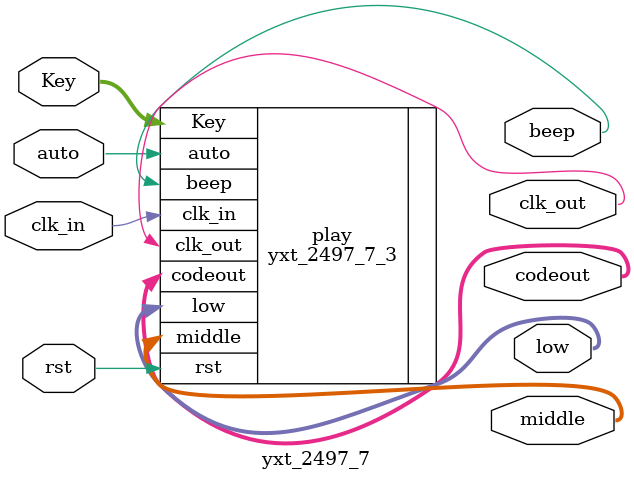
<source format=v>
module yxt_2497_7(clk_in,rst,auto,Key,clk_out,codeout,beep,low,middle);
input 		clk_in;//时钟信号输人
input 		rst;//复位信号
input			auto;//自动播放控制按钮
input [13:0]Key;
output wire [7:0]	codeout; //数码管显示
output wire	clk_out;//分频后输出信号

output wire beep;
output wire [6:0]low;
output wire [6:0]middle;

yxt_2497_7_3 play(
						.clk_in(clk_in),
						.rst(rst),
						.auto(auto),
						.Key(Key) ,
						.clk_out(clk_out),
						.codeout(codeout),
						.low(low),
						.beep(beep),
						.middle(middle)
						);
endmodule

</source>
